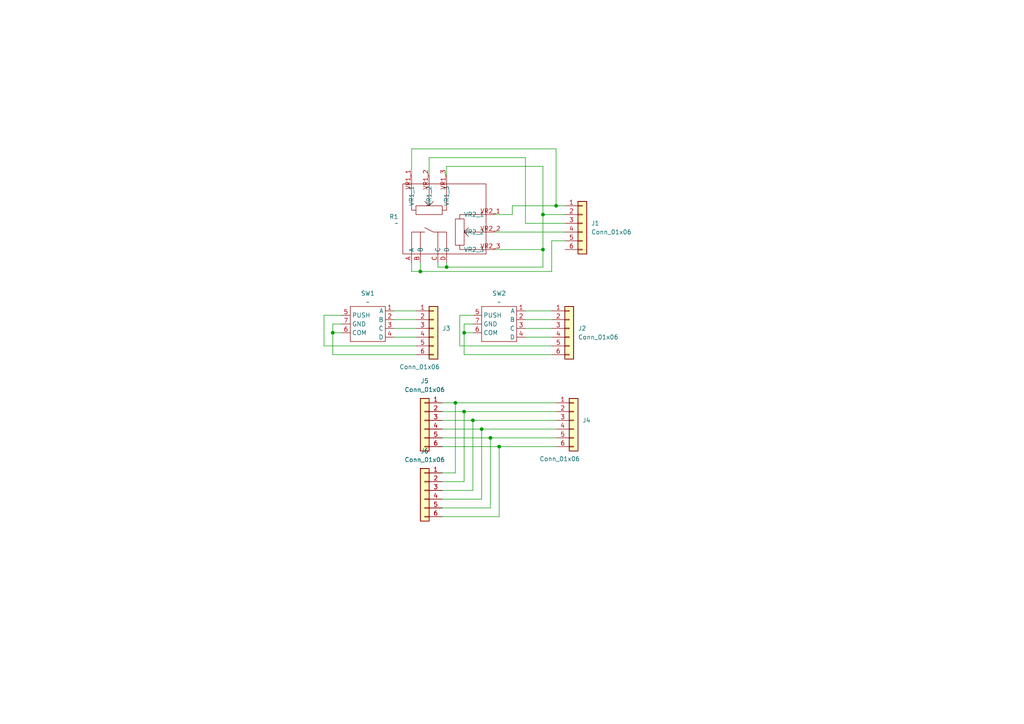
<source format=kicad_sch>
(kicad_sch (version 20231120) (generator "eeschema") (generator_version "8.0")
  (paper "A4")
  (lib_symbols
    (symbol "Connector_Generic:Conn_01x06" (pin_names (offset 1.016) hide)
      (property "Reference" "J" (at 0 7.62 0))
      (property "Value" "Conn_01x06" (at 0 -10.16 0))
      (symbol "Conn_01x06_1_1"
        (rectangle (start -1.27 -7.493) (end 0 -7.747) (stroke (width 0.1524)))
        (rectangle (start -1.27 -4.953) (end 0 -5.207) (stroke (width 0.1524)))
        (rectangle (start -1.27 -2.413) (end 0 -2.667) (stroke (width 0.1524)))
        (rectangle (start -1.27 0.127) (end 0 -0.127) (stroke (width 0.1524)))
        (rectangle (start -1.27 2.667) (end 0 2.413) (stroke (width 0.1524)))
        (rectangle (start -1.27 5.207) (end 0 4.953) (stroke (width 0.1524)))
        (rectangle (start -1.27 6.35) (end 1.27 -8.89) (stroke (width 0.254)) (fill (type background)))
        (pin passive line (at -5.08 5.08 0) (length 3.81) (name "Pin_1") (number "1"))
        (pin passive line (at -5.08 2.54 0) (length 3.81) (name "Pin_2") (number "2"))
        (pin passive line (at -5.08 0 0) (length 3.81) (name "Pin_3") (number "3"))
        (pin passive line (at -5.08 -2.54 0) (length 3.81) (name "Pin_4") (number "4"))
        (pin passive line (at -5.08 -5.08 0) (length 3.81) (name "Pin_5") (number "5"))
        (pin passive line (at -5.08 -7.62 0) (length 3.81) (name "Pin_6") (number "6"))
      )
    )
    (symbol "lib1:hat-switch"
      (property "Reference" "SW" (at -3.81 6.35 0))
      (symbol "hat-switch_0_1"
        (rectangle (start -5.08 5.08) (end 5.08 -5.08))
      )
      (symbol "hat-switch_1_1"
        (pin bidirectional line (at 7.62 3.81 180) (length 2.54) (name "A") (number "1"))
        (pin bidirectional line (at 7.62 1.27 180) (length 2.54) (name "B") (number "2"))
        (pin bidirectional line (at 7.62 -1.27 180) (length 2.54) (name "C") (number "3"))
        (pin bidirectional line (at 7.62 -3.81 180) (length 2.54) (name "D") (number "4"))
        (pin bidirectional line (at -7.62 2.54 0) (length 2.54) (name "PUSH") (number "5"))
        (pin bidirectional line (at -7.62 -2.54 0) (length 2.54) (name "COM") (number "6"))
        (pin free line (at -7.62 0 0) (length 2.54) (name "GND") (number "7"))
      )
    )
    (symbol "lib1:joystick"
      (property "Reference" "R1" (at -11.43 4.4451 0))
      (property "Value" "~" (at -11.43 2.54 0))
      (symbol "joystick_0_1"
        (rectangle (start -10.16 13.97) (end 13.97 -6.35))
        (rectangle (start -6.35 7.62) (end 1.27 5.08))
        (polyline (pts (xy -5.08 -6.35) (xy -5.08 0)))
        (polyline (pts (xy -2.54 7.62) (xy -1.27 8.89)))
        (polyline (pts (xy 7.62 0) (xy 8.89 -1.27)))
        (polyline (pts (xy -7.62 13.97) (xy -7.62 6.35) (xy -6.35 6.35)))
        (polyline (pts (xy -3.81 0) (xy -7.62 0) (xy -7.62 -6.35)))
        (polyline (pts (xy -2.54 13.97) (xy -2.54 7.62) (xy -3.81 8.89)))
        (polyline (pts (xy 2.54 -6.35) (xy 2.54 0) (xy 0 0)))
        (polyline (pts (xy 2.54 13.97) (xy 2.54 6.35) (xy 1.27 6.35)))
        (polyline (pts (xy 13.97 -5.08) (xy 6.35 -5.08) (xy 6.35 -3.81)))
        (polyline (pts (xy 13.97 0) (xy 7.62 0) (xy 8.89 1.27)))
        (polyline (pts (xy 13.97 5.08) (xy 6.35 5.08) (xy 6.35 3.81)))
        (polyline (pts (xy 0 -6.35) (xy 0 0) (xy -1.27 0) (xy -3.81 1.27)))
        (rectangle (start 5.08 3.81) (end 7.62 -3.81))
      )
      (symbol "joystick_1_1"
        (pin passive line (at -7.62 -8.89 90) (length 2.54) (name "A") (number "A"))
        (pin passive line (at -5.08 -8.89 90) (length 2.54) (name "B") (number "B"))
        (pin passive line (at 0 -8.89 90) (length 2.54) (name "C") (number "C"))
        (pin passive line (at 2.54 -8.89 90) (length 2.54) (name "D") (number "D"))
        (pin passive line (at -7.62 16.51 270) (length 2.54) (name "VR1_1") (number "VR1_1"))
        (pin passive line (at -2.54 16.51 270) (length 2.54) (name "VR1_2") (number "VR1_2"))
        (pin passive line (at 2.54 16.51 270) (length 2.54) (name "VR1_3") (number "VR1_3"))
        (pin passive line (at 16.51 5.08 180) (length 2.54) (name "VR2_1") (number "VR2_1"))
        (pin passive line (at 16.51 0 180) (length 2.54) (name "VR2_2") (number "VR2_2"))
        (pin passive line (at 16.51 -5.08 180) (length 2.54) (name "VR2_3") (number "VR2_3"))
      )
    )
  )
  (junction (at 137.16 121.92))
  (junction (at 96.52 96.52))
  (junction (at 134.62 119.38))
  (junction (at 157.48 72.39))
  (junction (at 142.24 127))
  (junction (at 134.62 96.52))
  (junction (at 139.7 124.46))
  (junction (at 144.78 129.54))
  (junction (at 129.54 77.47))
  (junction (at 161.29 59.69))
  (junction (at 132.08 116.84))
  (junction (at 157.48 62.23))
  (junction (at 121.92 78.74))
  (wire (pts (xy 152.4 64.77) (xy 163.83 64.77)))
  (wire (pts (xy 96.52 102.87) (xy 120.65 102.87)))
  (wire (pts (xy 137.16 121.92) (xy 161.29 121.92)))
  (wire (pts (xy 121.92 76.2) (xy 121.92 78.74)))
  (wire (pts (xy 129.54 48.26) (xy 157.48 48.26)))
  (wire (pts (xy 139.7 124.46) (xy 161.29 124.46)))
  (wire (pts (xy 157.48 77.47) (xy 157.48 72.39)))
  (wire (pts (xy 134.62 102.87) (xy 160.02 102.87)))
  (wire (pts (xy 148.59 59.69) (xy 161.29 59.69)))
  (wire (pts (xy 143.51 67.31) (xy 163.83 67.31)))
  (wire (pts (xy 93.98 91.44) (xy 93.98 100.33)))
  (wire (pts (xy 99.06 91.44) (xy 93.98 91.44)))
  (wire (pts (xy 119.38 43.18) (xy 161.29 43.18)))
  (wire (pts (xy 119.38 50.8) (xy 119.38 43.18)))
  (wire (pts (xy 157.48 72.39) (xy 157.48 62.23)))
  (wire (pts (xy 144.78 129.54) (xy 161.29 129.54)))
  (wire (pts (xy 128.27 144.78) (xy 139.7 144.78)))
  (wire (pts (xy 129.54 77.47) (xy 157.48 77.47)))
  (wire (pts (xy 134.62 93.98) (xy 134.62 96.52)))
  (wire (pts (xy 128.27 124.46) (xy 139.7 124.46)))
  (wire (pts (xy 134.62 139.7) (xy 134.62 119.38)))
  (wire (pts (xy 114.3 95.25) (xy 120.65 95.25)))
  (wire (pts (xy 93.98 100.33) (xy 120.65 100.33)))
  (wire (pts (xy 96.52 96.52) (xy 96.52 102.87)))
  (wire (pts (xy 161.29 43.18) (xy 161.29 59.69)))
  (wire (pts (xy 128.27 127) (xy 142.24 127)))
  (wire (pts (xy 128.27 147.32) (xy 142.24 147.32)))
  (wire (pts (xy 114.3 97.79) (xy 120.65 97.79)))
  (wire (pts (xy 128.27 137.16) (xy 132.08 137.16)))
  (wire (pts (xy 152.4 92.71) (xy 160.02 92.71)))
  (wire (pts (xy 152.4 90.17) (xy 160.02 90.17)))
  (wire (pts (xy 160.02 69.85) (xy 163.83 69.85)))
  (wire (pts (xy 133.35 91.44) (xy 133.35 100.33)))
  (wire (pts (xy 96.52 96.52) (xy 99.06 96.52)))
  (wire (pts (xy 157.48 62.23) (xy 163.83 62.23)))
  (wire (pts (xy 119.38 76.2) (xy 119.38 78.74)))
  (wire (pts (xy 96.52 93.98) (xy 96.52 96.52)))
  (wire (pts (xy 128.27 116.84) (xy 132.08 116.84)))
  (wire (pts (xy 137.16 142.24) (xy 137.16 121.92)))
  (wire (pts (xy 161.29 59.69) (xy 163.83 59.69)))
  (wire (pts (xy 96.52 93.98) (xy 99.06 93.98)))
  (wire (pts (xy 137.16 91.44) (xy 133.35 91.44)))
  (wire (pts (xy 114.3 90.17) (xy 120.65 90.17)))
  (wire (pts (xy 132.08 116.84) (xy 161.29 116.84)))
  (wire (pts (xy 152.4 97.79) (xy 160.02 97.79)))
  (wire (pts (xy 128.27 149.86) (xy 144.78 149.86)))
  (wire (pts (xy 127 76.2) (xy 127 77.47)))
  (wire (pts (xy 128.27 142.24) (xy 137.16 142.24)))
  (wire (pts (xy 124.46 50.8) (xy 124.46 45.72)))
  (wire (pts (xy 134.62 96.52) (xy 137.16 96.52)))
  (wire (pts (xy 143.51 62.23) (xy 148.59 62.23)))
  (wire (pts (xy 142.24 147.32) (xy 142.24 127)))
  (wire (pts (xy 143.51 72.39) (xy 157.48 72.39)))
  (wire (pts (xy 121.92 78.74) (xy 160.02 78.74)))
  (wire (pts (xy 128.27 121.92) (xy 137.16 121.92)))
  (wire (pts (xy 144.78 149.86) (xy 144.78 129.54)))
  (wire (pts (xy 134.62 96.52) (xy 134.62 102.87)))
  (wire (pts (xy 137.16 93.98) (xy 134.62 93.98)))
  (wire (pts (xy 129.54 76.2) (xy 129.54 77.47)))
  (wire (pts (xy 160.02 78.74) (xy 160.02 69.85)))
  (wire (pts (xy 128.27 129.54) (xy 144.78 129.54)))
  (wire (pts (xy 133.35 100.33) (xy 160.02 100.33)))
  (wire (pts (xy 128.27 119.38) (xy 134.62 119.38)))
  (wire (pts (xy 124.46 45.72) (xy 152.4 45.72)))
  (wire (pts (xy 129.54 48.26) (xy 129.54 50.8)))
  (wire (pts (xy 128.27 139.7) (xy 134.62 139.7)))
  (wire (pts (xy 157.48 48.26) (xy 157.48 62.23)))
  (wire (pts (xy 142.24 127) (xy 161.29 127)))
  (wire (pts (xy 119.38 78.74) (xy 121.92 78.74)))
  (wire (pts (xy 127 77.47) (xy 129.54 77.47)))
  (wire (pts (xy 134.62 119.38) (xy 161.29 119.38)))
  (wire (pts (xy 132.08 137.16) (xy 132.08 116.84)))
  (wire (pts (xy 152.4 95.25) (xy 160.02 95.25)))
  (wire (pts (xy 152.4 45.72) (xy 152.4 64.77)))
  (wire (pts (xy 148.59 62.23) (xy 148.59 59.69)))
  (wire (pts (xy 114.3 92.71) (xy 120.65 92.71)))
  (wire (pts (xy 139.7 144.78) (xy 139.7 124.46)))
  (symbol (lib_id "Connector_Generic:Conn_01x06") (at 168.91 64.77 0) (unit 1)
    (property "Reference" "J1" (at 171.45 64.7699 0) (effects (justify left)))
    (property "Value" "Conn_01x06" (at 171.45 67.3099 0) (effects (justify left)))
    (property "Footprint" "Connector_JST:JST_PH_S6B-PH-K_1x06_P2.00mm_Horizontal" (effects (hide yes)))
    (property "Description" "Generic connector, single row, 01x06, script generated (kicad-library-utils/schlib/autogen/connector/)" (effects (hide yes)))
  )
  (symbol (lib_id "lib1:hat-switch") (at 144.78 93.98 0) (unit 1)
    (property "Reference" "SW2" (at 144.78 85.09 0))
    (property "Value" "~" (at 144.78 87.63 0))
    (property "Footprint" "thumb-hat:hat-switch" (effects (hide yes)))
  )
  (symbol (lib_id "lib1:joystick") (at 127 67.31 0) (unit 1)
    (property "Reference" "R1" (at 115.57 62.8649 0) (effects (justify right)))
    (property "Value" "~" (at 115.57 64.77 0) (effects (justify right)))
    (property "Footprint" "THB001P:CNK_THB001P" (effects (hide yes)))
  )
  (symbol (lib_id "lib1:hat-switch") (at 106.68 93.98 0) (unit 1)
    (property "Reference" "SW1" (at 106.68 85.09 0))
    (property "Value" "~" (at 106.68 87.63 0))
    (property "Footprint" "thumb-hat:hat-switch" (effects (hide yes)))
  )
  (symbol (lib_id "Connector_Generic:Conn_01x06") (at 166.37 121.92 0) (unit 1)
    (property "Reference" "J4" (at 168.91 121.9199 0) (effects (justify left)))
    (property "Value" "Conn_01x06" (at 156.464 133.096 0) (effects (justify left)))
    (property "Footprint" "Connector_JST:JST_PH_S6B-PH-K_1x06_P2.00mm_Horizontal" (effects (hide yes)))
    (property "Description" "Generic connector, single row, 01x06, script generated (kicad-library-utils/schlib/autogen/connector/)" (effects (hide yes)))
  )
  (symbol (lib_id "Connector_Generic:Conn_01x06") (at 165.1 95.25 0) (unit 1)
    (property "Reference" "J2" (at 167.64 95.2499 0) (effects (justify left)))
    (property "Value" "Conn_01x06" (at 167.64 97.7899 0) (effects (justify left)))
    (property "Footprint" "Connector_JST:JST_PH_S6B-PH-K_1x06_P2.00mm_Horizontal" (effects (hide yes)))
    (property "Description" "Generic connector, single row, 01x06, script generated (kicad-library-utils/schlib/autogen/connector/)" (effects (hide yes)))
  )
  (symbol (lib_id "Connector_Generic:Conn_01x06") (at 125.73 95.25 0) (unit 1)
    (property "Reference" "J3" (at 128.27 95.2499 0) (effects (justify left)))
    (property "Value" "Conn_01x06" (at 115.824 106.426 0) (effects (justify left)))
    (property "Footprint" "Connector_JST:JST_PH_S6B-PH-K_1x06_P2.00mm_Horizontal" (effects (hide yes)))
    (property "Description" "Generic connector, single row, 01x06, script generated (kicad-library-utils/schlib/autogen/connector/)" (effects (hide yes)))
  )
  (symbol (lib_id "Connector_Generic:Conn_01x06") (at 123.19 142.24 0) (mirror y) (unit 1)
    (property "Reference" "J6" (at 123.19 130.81 0))
    (property "Value" "Conn_01x06" (at 123.19 133.35 0))
    (property "Footprint" "Connector_JST:JST_PH_B6B-PH-K_1x06_P2.00mm_Vertical" (effects (hide yes)))
    (property "Description" "Generic connector, single row, 01x06, script generated (kicad-library-utils/schlib/autogen/connector/)" (effects (hide yes)))
  )
  (symbol (lib_id "Connector_Generic:Conn_01x06") (at 123.19 121.92 0) (mirror y) (unit 1)
    (property "Reference" "J5" (at 123.19 110.49 0))
    (property "Value" "Conn_01x06" (at 123.19 113.03 0))
    (property "Footprint" "Connector_JST:JST_PH_B6B-PH-K_1x06_P2.00mm_Vertical" (effects (hide yes)))
    (property "Description" "Generic connector, single row, 01x06, script generated (kicad-library-utils/schlib/autogen/connector/)" (effects (hide yes)))
  )
)
</source>
